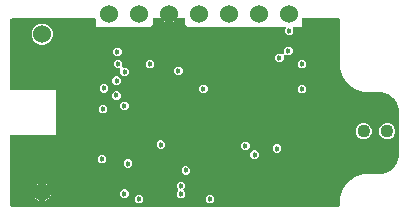
<source format=gbr>
G04 EAGLE Gerber RS-274X export*
G75*
%MOMM*%
%FSLAX34Y34*%
%LPD*%
%INCopper Layer 2*%
%IPPOS*%
%AMOC8*
5,1,8,0,0,1.08239X$1,22.5*%
G01*
%ADD10C,1.524000*%
%ADD11C,1.108000*%
%ADD12C,0.454000*%

G36*
X280003Y2541D02*
X280003Y2541D01*
X280005Y2541D01*
X280166Y2552D01*
X280474Y2592D01*
X280483Y2595D01*
X280492Y2595D01*
X280636Y2635D01*
X280781Y2673D01*
X280789Y2677D01*
X280798Y2680D01*
X280943Y2751D01*
X281476Y3059D01*
X281550Y3115D01*
X281629Y3163D01*
X281676Y3211D01*
X281729Y3252D01*
X281787Y3324D01*
X281851Y3390D01*
X281916Y3487D01*
X281927Y3501D01*
X281930Y3509D01*
X281941Y3524D01*
X282249Y4057D01*
X282252Y4066D01*
X282258Y4073D01*
X282314Y4212D01*
X282372Y4351D01*
X282373Y4360D01*
X282377Y4368D01*
X282408Y4526D01*
X282448Y4834D01*
X282448Y4837D01*
X282449Y4839D01*
X282459Y5000D01*
X282459Y11070D01*
X284666Y17861D01*
X288863Y23637D01*
X294639Y27834D01*
X301430Y30041D01*
X315000Y30041D01*
X315022Y30043D01*
X315100Y30045D01*
X317632Y30244D01*
X317700Y30258D01*
X317769Y30262D01*
X317925Y30302D01*
X322742Y31867D01*
X322850Y31918D01*
X322960Y31962D01*
X323011Y31994D01*
X323030Y32003D01*
X323046Y32016D01*
X323096Y32048D01*
X327194Y35025D01*
X327281Y35106D01*
X327372Y35182D01*
X327411Y35229D01*
X327426Y35243D01*
X327437Y35260D01*
X327475Y35306D01*
X330452Y39404D01*
X330509Y39508D01*
X330573Y39608D01*
X330596Y39665D01*
X330605Y39683D01*
X330611Y39702D01*
X330633Y39758D01*
X332198Y44575D01*
X332211Y44643D01*
X332233Y44708D01*
X332256Y44868D01*
X332455Y47400D01*
X332454Y47422D01*
X332459Y47500D01*
X332459Y82500D01*
X332457Y82522D01*
X332455Y82600D01*
X332256Y85132D01*
X332242Y85200D01*
X332238Y85269D01*
X332198Y85425D01*
X330633Y90242D01*
X330582Y90350D01*
X330538Y90460D01*
X330506Y90511D01*
X330497Y90530D01*
X330484Y90546D01*
X330452Y90596D01*
X327475Y94694D01*
X327454Y94716D01*
X327442Y94735D01*
X327394Y94781D01*
X327318Y94872D01*
X327271Y94911D01*
X327257Y94926D01*
X327240Y94937D01*
X327194Y94975D01*
X323096Y97952D01*
X322992Y98009D01*
X322892Y98073D01*
X322835Y98096D01*
X322817Y98105D01*
X322798Y98111D01*
X322742Y98133D01*
X317925Y99698D01*
X317857Y99711D01*
X317792Y99733D01*
X317632Y99756D01*
X315100Y99955D01*
X315078Y99954D01*
X315000Y99959D01*
X301430Y99959D01*
X294639Y102166D01*
X288863Y106363D01*
X284666Y112139D01*
X282459Y118930D01*
X282459Y160000D01*
X282459Y160003D01*
X282459Y160005D01*
X282448Y160166D01*
X282408Y160474D01*
X282405Y160483D01*
X282405Y160492D01*
X282365Y160636D01*
X282327Y160781D01*
X282323Y160789D01*
X282320Y160798D01*
X282249Y160943D01*
X281941Y161476D01*
X281885Y161549D01*
X281837Y161629D01*
X281789Y161676D01*
X281748Y161729D01*
X281676Y161787D01*
X281610Y161851D01*
X281512Y161916D01*
X281499Y161927D01*
X281491Y161930D01*
X281476Y161941D01*
X280943Y162249D01*
X280934Y162252D01*
X280927Y162258D01*
X280788Y162314D01*
X280650Y162372D01*
X280640Y162373D01*
X280632Y162377D01*
X280474Y162408D01*
X280166Y162448D01*
X280163Y162448D01*
X280161Y162449D01*
X280000Y162459D01*
X251000Y162459D01*
X250882Y162444D01*
X250763Y162437D01*
X250725Y162424D01*
X250684Y162419D01*
X250574Y162376D01*
X250461Y162339D01*
X250426Y162317D01*
X250389Y162302D01*
X250293Y162233D01*
X250192Y162169D01*
X250164Y162139D01*
X250131Y162116D01*
X250056Y162024D01*
X249974Y161937D01*
X249954Y161902D01*
X249929Y161871D01*
X249878Y161763D01*
X249820Y161659D01*
X249810Y161619D01*
X249793Y161583D01*
X249771Y161466D01*
X249741Y161351D01*
X249737Y161291D01*
X249733Y161271D01*
X249735Y161250D01*
X249731Y161190D01*
X249731Y156066D01*
X248934Y155269D01*
X243402Y155269D01*
X243265Y155252D01*
X243126Y155239D01*
X243107Y155232D01*
X243087Y155229D01*
X242958Y155178D01*
X242827Y155131D01*
X242810Y155120D01*
X242791Y155112D01*
X242679Y155031D01*
X242564Y154953D01*
X242550Y154937D01*
X242534Y154926D01*
X242445Y154818D01*
X242353Y154714D01*
X242344Y154696D01*
X242331Y154681D01*
X242272Y154555D01*
X242208Y154431D01*
X242204Y154411D01*
X242195Y154393D01*
X242169Y154257D01*
X242139Y154121D01*
X242139Y154100D01*
X242136Y154081D01*
X242144Y153942D01*
X242148Y153803D01*
X242154Y153783D01*
X242155Y153763D01*
X242198Y153631D01*
X242237Y153497D01*
X242247Y153480D01*
X242253Y153461D01*
X242328Y153343D01*
X242398Y153223D01*
X242417Y153202D01*
X242424Y153192D01*
X242438Y153178D01*
X242505Y153103D01*
X242741Y152867D01*
X242741Y149933D01*
X240667Y147859D01*
X237733Y147859D01*
X235659Y149933D01*
X235659Y152867D01*
X235895Y153103D01*
X235980Y153212D01*
X236069Y153319D01*
X236078Y153338D01*
X236090Y153354D01*
X236146Y153482D01*
X236205Y153607D01*
X236208Y153627D01*
X236216Y153646D01*
X236238Y153784D01*
X236264Y153920D01*
X236263Y153940D01*
X236266Y153960D01*
X236253Y154099D01*
X236245Y154237D01*
X236238Y154256D01*
X236236Y154276D01*
X236189Y154408D01*
X236147Y154539D01*
X236136Y154557D01*
X236129Y154576D01*
X236051Y154691D01*
X235976Y154808D01*
X235962Y154822D01*
X235950Y154839D01*
X235846Y154931D01*
X235745Y155026D01*
X235727Y155036D01*
X235712Y155049D01*
X235588Y155112D01*
X235466Y155180D01*
X235447Y155185D01*
X235429Y155194D01*
X235293Y155224D01*
X235158Y155259D01*
X235130Y155261D01*
X235118Y155264D01*
X235098Y155263D01*
X234998Y155269D01*
X153066Y155269D01*
X151269Y157066D01*
X151269Y161190D01*
X151254Y161308D01*
X151247Y161427D01*
X151234Y161465D01*
X151229Y161506D01*
X151186Y161616D01*
X151149Y161729D01*
X151127Y161764D01*
X151112Y161801D01*
X151043Y161897D01*
X150979Y161998D01*
X150949Y162026D01*
X150926Y162059D01*
X150834Y162135D01*
X150747Y162216D01*
X150712Y162236D01*
X150681Y162261D01*
X150573Y162312D01*
X150469Y162370D01*
X150429Y162380D01*
X150393Y162397D01*
X150276Y162419D01*
X150161Y162449D01*
X150101Y162453D01*
X150081Y162457D01*
X150060Y162455D01*
X150000Y162459D01*
X144711Y162459D01*
X144647Y162451D01*
X144583Y162453D01*
X144490Y162431D01*
X144396Y162419D01*
X144336Y162396D01*
X144273Y162381D01*
X144188Y162337D01*
X144100Y162302D01*
X144048Y162265D01*
X143991Y162235D01*
X143920Y162172D01*
X143843Y162116D01*
X143801Y162066D01*
X143754Y162023D01*
X143656Y161895D01*
X143219Y161242D01*
X142158Y160181D01*
X140910Y159347D01*
X139839Y158903D01*
X139839Y161190D01*
X139824Y161308D01*
X139817Y161427D01*
X139804Y161465D01*
X139799Y161506D01*
X139756Y161616D01*
X139719Y161729D01*
X139697Y161764D01*
X139682Y161801D01*
X139612Y161897D01*
X139549Y161998D01*
X139519Y162026D01*
X139495Y162059D01*
X139404Y162135D01*
X139317Y162216D01*
X139282Y162236D01*
X139251Y162261D01*
X139143Y162312D01*
X139039Y162370D01*
X138999Y162380D01*
X138963Y162397D01*
X138846Y162419D01*
X138731Y162449D01*
X138670Y162453D01*
X138650Y162457D01*
X138630Y162455D01*
X138570Y162459D01*
X136030Y162459D01*
X135912Y162444D01*
X135793Y162437D01*
X135755Y162424D01*
X135714Y162419D01*
X135604Y162376D01*
X135491Y162339D01*
X135456Y162317D01*
X135419Y162302D01*
X135323Y162233D01*
X135222Y162169D01*
X135194Y162139D01*
X135161Y162116D01*
X135086Y162024D01*
X135004Y161937D01*
X134984Y161902D01*
X134959Y161871D01*
X134908Y161763D01*
X134850Y161659D01*
X134840Y161619D01*
X134823Y161583D01*
X134801Y161466D01*
X134771Y161351D01*
X134767Y161291D01*
X134763Y161271D01*
X134765Y161250D01*
X134761Y161190D01*
X134761Y158903D01*
X133690Y159347D01*
X132442Y160181D01*
X131381Y161242D01*
X130944Y161895D01*
X130902Y161944D01*
X130868Y161998D01*
X130798Y162063D01*
X130736Y162135D01*
X130683Y162172D01*
X130636Y162216D01*
X130553Y162262D01*
X130474Y162316D01*
X130414Y162339D01*
X130357Y162370D01*
X130265Y162393D01*
X130176Y162426D01*
X130112Y162433D01*
X130050Y162449D01*
X129889Y162459D01*
X125000Y162459D01*
X124882Y162444D01*
X124763Y162437D01*
X124725Y162424D01*
X124684Y162419D01*
X124574Y162376D01*
X124461Y162339D01*
X124426Y162317D01*
X124389Y162302D01*
X124293Y162233D01*
X124192Y162169D01*
X124164Y162139D01*
X124131Y162116D01*
X124056Y162024D01*
X123974Y161937D01*
X123954Y161902D01*
X123929Y161871D01*
X123878Y161763D01*
X123820Y161659D01*
X123810Y161619D01*
X123793Y161583D01*
X123771Y161466D01*
X123741Y161351D01*
X123737Y161291D01*
X123733Y161271D01*
X123735Y161250D01*
X123731Y161190D01*
X123731Y157066D01*
X121934Y155269D01*
X76066Y155269D01*
X75269Y156066D01*
X75269Y161190D01*
X75254Y161308D01*
X75247Y161427D01*
X75234Y161465D01*
X75229Y161506D01*
X75186Y161616D01*
X75149Y161729D01*
X75127Y161764D01*
X75112Y161801D01*
X75043Y161897D01*
X74979Y161998D01*
X74949Y162026D01*
X74926Y162059D01*
X74834Y162135D01*
X74747Y162216D01*
X74712Y162236D01*
X74681Y162261D01*
X74573Y162312D01*
X74469Y162370D01*
X74429Y162380D01*
X74393Y162397D01*
X74276Y162419D01*
X74161Y162449D01*
X74101Y162453D01*
X74081Y162457D01*
X74060Y162455D01*
X74000Y162459D01*
X5000Y162459D01*
X4998Y162459D01*
X4995Y162459D01*
X4834Y162448D01*
X4526Y162408D01*
X4517Y162405D01*
X4508Y162405D01*
X4364Y162365D01*
X4219Y162327D01*
X4211Y162323D01*
X4202Y162320D01*
X4057Y162249D01*
X3524Y161941D01*
X3450Y161885D01*
X3371Y161837D01*
X3324Y161789D01*
X3271Y161748D01*
X3213Y161676D01*
X3149Y161610D01*
X3084Y161513D01*
X3073Y161499D01*
X3070Y161491D01*
X3059Y161476D01*
X2751Y160943D01*
X2748Y160934D01*
X2742Y160927D01*
X2686Y160788D01*
X2628Y160649D01*
X2627Y160640D01*
X2623Y160632D01*
X2592Y160474D01*
X2552Y160166D01*
X2552Y160163D01*
X2551Y160161D01*
X2541Y160000D01*
X2541Y103000D01*
X2556Y102882D01*
X2563Y102763D01*
X2576Y102725D01*
X2581Y102684D01*
X2624Y102574D01*
X2661Y102461D01*
X2683Y102426D01*
X2698Y102389D01*
X2767Y102293D01*
X2831Y102192D01*
X2861Y102164D01*
X2884Y102131D01*
X2976Y102056D01*
X3063Y101974D01*
X3098Y101954D01*
X3129Y101929D01*
X3237Y101878D01*
X3341Y101820D01*
X3381Y101810D01*
X3417Y101793D01*
X3534Y101771D01*
X3649Y101741D01*
X3709Y101737D01*
X3729Y101733D01*
X3750Y101735D01*
X3810Y101731D01*
X41731Y101731D01*
X41731Y63269D01*
X3810Y63269D01*
X3692Y63254D01*
X3573Y63247D01*
X3535Y63234D01*
X3494Y63229D01*
X3384Y63186D01*
X3271Y63149D01*
X3236Y63127D01*
X3199Y63112D01*
X3103Y63042D01*
X3002Y62979D01*
X2974Y62949D01*
X2941Y62926D01*
X2865Y62834D01*
X2784Y62747D01*
X2764Y62712D01*
X2739Y62681D01*
X2688Y62573D01*
X2630Y62469D01*
X2620Y62429D01*
X2603Y62393D01*
X2581Y62276D01*
X2551Y62161D01*
X2547Y62100D01*
X2543Y62080D01*
X2545Y62060D01*
X2541Y62000D01*
X2541Y5000D01*
X2541Y4997D01*
X2541Y4995D01*
X2552Y4834D01*
X2592Y4526D01*
X2595Y4517D01*
X2595Y4508D01*
X2635Y4364D01*
X2673Y4219D01*
X2677Y4211D01*
X2680Y4202D01*
X2751Y4057D01*
X3059Y3524D01*
X3115Y3450D01*
X3163Y3371D01*
X3211Y3324D01*
X3252Y3271D01*
X3324Y3213D01*
X3390Y3149D01*
X3487Y3084D01*
X3501Y3073D01*
X3509Y3070D01*
X3524Y3059D01*
X4057Y2751D01*
X4066Y2748D01*
X4073Y2742D01*
X4212Y2686D01*
X4351Y2628D01*
X4360Y2627D01*
X4368Y2623D01*
X4526Y2592D01*
X4834Y2552D01*
X4837Y2552D01*
X4839Y2551D01*
X5000Y2541D01*
X280000Y2541D01*
X280003Y2541D01*
G37*
%LPC*%
G36*
X28231Y140009D02*
X28231Y140009D01*
X24964Y141363D01*
X22463Y143864D01*
X21109Y147131D01*
X21109Y150669D01*
X22463Y153936D01*
X24964Y156437D01*
X28231Y157791D01*
X31769Y157791D01*
X35036Y156437D01*
X37537Y153936D01*
X38891Y150669D01*
X38891Y147131D01*
X37537Y143864D01*
X35036Y141363D01*
X31769Y140009D01*
X28231Y140009D01*
G37*
%LPD*%
%LPC*%
G36*
X300795Y59789D02*
X300795Y59789D01*
X298292Y60826D01*
X296376Y62742D01*
X295339Y65245D01*
X295339Y67955D01*
X296376Y70458D01*
X298292Y72374D01*
X300795Y73411D01*
X303505Y73411D01*
X306008Y72374D01*
X307924Y70458D01*
X308961Y67955D01*
X308961Y65245D01*
X307924Y62742D01*
X306008Y60826D01*
X303505Y59789D01*
X300795Y59789D01*
G37*
%LPD*%
%LPC*%
G36*
X320795Y59789D02*
X320795Y59789D01*
X318292Y60826D01*
X316376Y62742D01*
X315339Y65245D01*
X315339Y67955D01*
X316376Y70458D01*
X318292Y72374D01*
X320795Y73411D01*
X323505Y73411D01*
X326008Y72374D01*
X327924Y70458D01*
X328961Y67955D01*
X328961Y65245D01*
X327924Y62742D01*
X326008Y60826D01*
X323505Y59789D01*
X320795Y59789D01*
G37*
%LPD*%
%LPC*%
G36*
X98233Y113459D02*
X98233Y113459D01*
X96159Y115533D01*
X96159Y118990D01*
X96144Y119108D01*
X96137Y119227D01*
X96124Y119265D01*
X96119Y119306D01*
X96076Y119416D01*
X96039Y119529D01*
X96017Y119564D01*
X96002Y119601D01*
X95933Y119697D01*
X95869Y119798D01*
X95839Y119826D01*
X95816Y119859D01*
X95724Y119935D01*
X95637Y120016D01*
X95602Y120036D01*
X95571Y120061D01*
X95463Y120112D01*
X95359Y120170D01*
X95319Y120180D01*
X95283Y120197D01*
X95166Y120219D01*
X95051Y120249D01*
X94991Y120253D01*
X94971Y120257D01*
X94950Y120255D01*
X94890Y120259D01*
X92533Y120259D01*
X90459Y122333D01*
X90459Y125267D01*
X92533Y127341D01*
X95467Y127341D01*
X97541Y125267D01*
X97541Y121810D01*
X97556Y121692D01*
X97563Y121573D01*
X97576Y121535D01*
X97581Y121494D01*
X97624Y121384D01*
X97661Y121271D01*
X97683Y121236D01*
X97698Y121199D01*
X97767Y121103D01*
X97831Y121002D01*
X97861Y120974D01*
X97884Y120941D01*
X97976Y120865D01*
X98063Y120784D01*
X98098Y120764D01*
X98129Y120739D01*
X98237Y120688D01*
X98341Y120630D01*
X98381Y120620D01*
X98417Y120603D01*
X98534Y120581D01*
X98649Y120551D01*
X98709Y120547D01*
X98729Y120543D01*
X98750Y120545D01*
X98810Y120541D01*
X101167Y120541D01*
X103241Y118467D01*
X103241Y115533D01*
X101167Y113459D01*
X98233Y113459D01*
G37*
%LPD*%
%LPC*%
G36*
X229433Y125359D02*
X229433Y125359D01*
X227359Y127433D01*
X227359Y130367D01*
X229433Y132441D01*
X232367Y132441D01*
X232693Y132115D01*
X232802Y132030D01*
X232909Y131941D01*
X232928Y131932D01*
X232944Y131920D01*
X233072Y131864D01*
X233197Y131805D01*
X233217Y131802D01*
X233236Y131794D01*
X233374Y131772D01*
X233510Y131746D01*
X233530Y131747D01*
X233550Y131744D01*
X233689Y131757D01*
X233827Y131765D01*
X233846Y131772D01*
X233866Y131773D01*
X233997Y131821D01*
X234129Y131863D01*
X234147Y131874D01*
X234166Y131881D01*
X234280Y131959D01*
X234398Y132034D01*
X234412Y132048D01*
X234429Y132060D01*
X234521Y132164D01*
X234616Y132265D01*
X234626Y132283D01*
X234639Y132298D01*
X234702Y132422D01*
X234770Y132544D01*
X234775Y132563D01*
X234784Y132581D01*
X234814Y132717D01*
X234849Y132852D01*
X234851Y132880D01*
X234854Y132892D01*
X234853Y132912D01*
X234859Y133012D01*
X234859Y135967D01*
X236933Y138041D01*
X239867Y138041D01*
X241941Y135967D01*
X241941Y133033D01*
X239867Y130959D01*
X236933Y130959D01*
X236607Y131285D01*
X236498Y131370D01*
X236391Y131459D01*
X236372Y131468D01*
X236356Y131480D01*
X236228Y131536D01*
X236103Y131595D01*
X236083Y131598D01*
X236064Y131606D01*
X235926Y131628D01*
X235790Y131654D01*
X235770Y131653D01*
X235750Y131656D01*
X235611Y131643D01*
X235473Y131635D01*
X235454Y131628D01*
X235434Y131627D01*
X235303Y131579D01*
X235171Y131537D01*
X235153Y131526D01*
X235134Y131519D01*
X235020Y131441D01*
X234902Y131366D01*
X234888Y131352D01*
X234871Y131340D01*
X234779Y131236D01*
X234684Y131135D01*
X234674Y131117D01*
X234661Y131102D01*
X234598Y130978D01*
X234530Y130856D01*
X234525Y130837D01*
X234516Y130819D01*
X234486Y130683D01*
X234451Y130548D01*
X234449Y130520D01*
X234446Y130508D01*
X234447Y130488D01*
X234441Y130388D01*
X234441Y127433D01*
X232367Y125359D01*
X229433Y125359D01*
G37*
%LPD*%
%LPC*%
G36*
X146033Y9959D02*
X146033Y9959D01*
X143959Y12033D01*
X143959Y14967D01*
X145095Y16102D01*
X145168Y16197D01*
X145247Y16286D01*
X145265Y16322D01*
X145290Y16354D01*
X145337Y16463D01*
X145392Y16569D01*
X145400Y16608D01*
X145416Y16646D01*
X145435Y16763D01*
X145461Y16879D01*
X145460Y16920D01*
X145466Y16960D01*
X145455Y17078D01*
X145452Y17197D01*
X145440Y17236D01*
X145436Y17276D01*
X145396Y17389D01*
X145363Y17503D01*
X145343Y17537D01*
X145329Y17576D01*
X145262Y17674D01*
X145202Y17777D01*
X145162Y17822D01*
X145150Y17839D01*
X145135Y17852D01*
X145095Y17897D01*
X143959Y19033D01*
X143959Y21967D01*
X146033Y24041D01*
X148967Y24041D01*
X151041Y21967D01*
X151041Y19033D01*
X149905Y17897D01*
X149832Y17803D01*
X149753Y17714D01*
X149735Y17678D01*
X149710Y17646D01*
X149662Y17537D01*
X149608Y17431D01*
X149600Y17392D01*
X149584Y17354D01*
X149565Y17237D01*
X149539Y17121D01*
X149540Y17080D01*
X149534Y17040D01*
X149545Y16922D01*
X149548Y16803D01*
X149560Y16764D01*
X149564Y16724D01*
X149604Y16612D01*
X149637Y16497D01*
X149657Y16462D01*
X149671Y16424D01*
X149738Y16326D01*
X149798Y16223D01*
X149838Y16178D01*
X149850Y16161D01*
X149865Y16148D01*
X149905Y16102D01*
X151041Y14967D01*
X151041Y12033D01*
X148967Y9959D01*
X146033Y9959D01*
G37*
%LPD*%
%LPC*%
G36*
X143833Y114159D02*
X143833Y114159D01*
X141759Y116233D01*
X141759Y119167D01*
X143833Y121241D01*
X146767Y121241D01*
X148841Y119167D01*
X148841Y116233D01*
X146767Y114159D01*
X143833Y114159D01*
G37*
%LPD*%
%LPC*%
G36*
X91533Y105959D02*
X91533Y105959D01*
X89459Y108033D01*
X89459Y110967D01*
X91533Y113041D01*
X94467Y113041D01*
X96541Y110967D01*
X96541Y108033D01*
X94467Y105959D01*
X91533Y105959D01*
G37*
%LPD*%
%LPC*%
G36*
X80733Y99359D02*
X80733Y99359D01*
X78659Y101433D01*
X78659Y104367D01*
X80733Y106441D01*
X83667Y106441D01*
X85741Y104367D01*
X85741Y101433D01*
X83667Y99359D01*
X80733Y99359D01*
G37*
%LPD*%
%LPC*%
G36*
X248333Y98859D02*
X248333Y98859D01*
X246259Y100933D01*
X246259Y103867D01*
X248333Y105941D01*
X251267Y105941D01*
X253341Y103867D01*
X253341Y100933D01*
X251267Y98859D01*
X248333Y98859D01*
G37*
%LPD*%
%LPC*%
G36*
X165033Y98759D02*
X165033Y98759D01*
X162959Y100833D01*
X162959Y103767D01*
X165033Y105841D01*
X167967Y105841D01*
X170041Y103767D01*
X170041Y100833D01*
X167967Y98759D01*
X165033Y98759D01*
G37*
%LPD*%
%LPC*%
G36*
X91333Y93359D02*
X91333Y93359D01*
X89259Y95433D01*
X89259Y98367D01*
X91333Y100441D01*
X94267Y100441D01*
X96341Y98367D01*
X96341Y95433D01*
X94267Y93359D01*
X91333Y93359D01*
G37*
%LPD*%
%LPC*%
G36*
X98133Y84459D02*
X98133Y84459D01*
X96059Y86533D01*
X96059Y89467D01*
X98133Y91541D01*
X101067Y91541D01*
X103141Y89467D01*
X103141Y86533D01*
X101067Y84459D01*
X98133Y84459D01*
G37*
%LPD*%
%LPC*%
G36*
X80033Y81659D02*
X80033Y81659D01*
X77959Y83733D01*
X77959Y86667D01*
X80033Y88741D01*
X82967Y88741D01*
X85041Y86667D01*
X85041Y83733D01*
X82967Y81659D01*
X80033Y81659D01*
G37*
%LPD*%
%LPC*%
G36*
X119833Y120159D02*
X119833Y120159D01*
X117759Y122233D01*
X117759Y125167D01*
X119833Y127241D01*
X122767Y127241D01*
X124841Y125167D01*
X124841Y122233D01*
X122767Y120159D01*
X119833Y120159D01*
G37*
%LPD*%
%LPC*%
G36*
X248533Y120184D02*
X248533Y120184D01*
X246459Y122258D01*
X246459Y125192D01*
X248533Y127266D01*
X251467Y127266D01*
X253541Y125192D01*
X253541Y122258D01*
X251467Y120184D01*
X248533Y120184D01*
G37*
%LPD*%
%LPC*%
G36*
X128933Y51859D02*
X128933Y51859D01*
X126859Y53933D01*
X126859Y56867D01*
X128933Y58941D01*
X131867Y58941D01*
X133941Y56867D01*
X133941Y53933D01*
X131867Y51859D01*
X128933Y51859D01*
G37*
%LPD*%
%LPC*%
G36*
X200633Y50834D02*
X200633Y50834D01*
X198559Y52908D01*
X198559Y55842D01*
X200633Y57916D01*
X203567Y57916D01*
X205641Y55842D01*
X205641Y52908D01*
X203567Y50834D01*
X200633Y50834D01*
G37*
%LPD*%
%LPC*%
G36*
X227233Y48459D02*
X227233Y48459D01*
X225159Y50533D01*
X225159Y53467D01*
X227233Y55541D01*
X230167Y55541D01*
X232241Y53467D01*
X232241Y50533D01*
X230167Y48459D01*
X227233Y48459D01*
G37*
%LPD*%
%LPC*%
G36*
X208333Y43284D02*
X208333Y43284D01*
X206259Y45358D01*
X206259Y48292D01*
X208333Y50366D01*
X211267Y50366D01*
X213341Y48292D01*
X213341Y45358D01*
X211267Y43284D01*
X208333Y43284D01*
G37*
%LPD*%
%LPC*%
G36*
X79333Y39459D02*
X79333Y39459D01*
X77259Y41533D01*
X77259Y44467D01*
X79333Y46541D01*
X82267Y46541D01*
X84341Y44467D01*
X84341Y41533D01*
X82267Y39459D01*
X79333Y39459D01*
G37*
%LPD*%
%LPC*%
G36*
X101333Y35759D02*
X101333Y35759D01*
X99259Y37833D01*
X99259Y40767D01*
X101333Y42841D01*
X104267Y42841D01*
X106341Y40767D01*
X106341Y37833D01*
X104267Y35759D01*
X101333Y35759D01*
G37*
%LPD*%
%LPC*%
G36*
X150033Y29959D02*
X150033Y29959D01*
X147959Y32033D01*
X147959Y34967D01*
X150033Y37041D01*
X152967Y37041D01*
X155041Y34967D01*
X155041Y32033D01*
X152967Y29959D01*
X150033Y29959D01*
G37*
%LPD*%
%LPC*%
G36*
X92233Y130359D02*
X92233Y130359D01*
X90159Y132433D01*
X90159Y135367D01*
X92233Y137441D01*
X95167Y137441D01*
X97241Y135367D01*
X97241Y132433D01*
X95167Y130359D01*
X92233Y130359D01*
G37*
%LPD*%
%LPC*%
G36*
X170533Y5459D02*
X170533Y5459D01*
X168459Y7533D01*
X168459Y10467D01*
X170533Y12541D01*
X173467Y12541D01*
X175541Y10467D01*
X175541Y7533D01*
X173467Y5459D01*
X170533Y5459D01*
G37*
%LPD*%
%LPC*%
G36*
X110433Y5659D02*
X110433Y5659D01*
X108359Y7733D01*
X108359Y10667D01*
X110433Y12741D01*
X113367Y12741D01*
X115441Y10667D01*
X115441Y7733D01*
X113367Y5659D01*
X110433Y5659D01*
G37*
%LPD*%
%LPC*%
G36*
X98133Y10259D02*
X98133Y10259D01*
X96059Y12333D01*
X96059Y15267D01*
X98133Y17341D01*
X101067Y17341D01*
X103141Y15267D01*
X103141Y12333D01*
X101067Y10259D01*
X98133Y10259D01*
G37*
%LPD*%
%LPC*%
G36*
X32539Y17539D02*
X32539Y17539D01*
X32539Y22197D01*
X33610Y21753D01*
X34858Y20919D01*
X35919Y19858D01*
X36753Y18610D01*
X37197Y17539D01*
X32539Y17539D01*
G37*
%LPD*%
%LPC*%
G36*
X22803Y17539D02*
X22803Y17539D01*
X23247Y18610D01*
X24081Y19858D01*
X25142Y20919D01*
X26390Y21753D01*
X27461Y22197D01*
X27461Y17539D01*
X22803Y17539D01*
G37*
%LPD*%
%LPC*%
G36*
X32539Y12461D02*
X32539Y12461D01*
X37197Y12461D01*
X36753Y11390D01*
X35919Y10142D01*
X34858Y9081D01*
X33610Y8247D01*
X32539Y7803D01*
X32539Y12461D01*
G37*
%LPD*%
%LPC*%
G36*
X26390Y8247D02*
X26390Y8247D01*
X25142Y9081D01*
X24081Y10142D01*
X23247Y11390D01*
X22803Y12461D01*
X27461Y12461D01*
X27461Y7803D01*
X26390Y8247D01*
G37*
%LPD*%
%LPC*%
G36*
X29999Y14999D02*
X29999Y14999D01*
X29999Y15001D01*
X30001Y15001D01*
X30001Y14999D01*
X29999Y14999D01*
G37*
%LPD*%
D10*
X30000Y148900D03*
X30000Y15000D03*
D11*
X302150Y66600D03*
X322150Y66600D03*
D10*
X238900Y166100D03*
X213500Y166100D03*
X188100Y166100D03*
X162700Y166100D03*
X137300Y166100D03*
X111900Y166100D03*
X86500Y166100D03*
D12*
X11500Y114600D03*
X136900Y118300D03*
X173200Y61200D03*
X81700Y91600D03*
X82000Y113400D03*
X11500Y154600D03*
X11500Y134600D03*
X31500Y134600D03*
X31500Y114600D03*
X32500Y59400D03*
X29500Y30600D03*
X11500Y34600D03*
X11500Y14600D03*
X183500Y12600D03*
X249500Y12600D03*
X141500Y134600D03*
X123500Y151600D03*
X15100Y54000D03*
X38500Y59400D03*
X32700Y48000D03*
X26500Y48000D03*
X20100Y50000D03*
X26500Y59400D03*
X80500Y143600D03*
X189900Y126400D03*
X213900Y126400D03*
X249900Y70400D03*
X188500Y27600D03*
X45900Y87600D03*
X38500Y48000D03*
X11500Y58600D03*
X231700Y151800D03*
X279500Y78600D03*
X294500Y78600D03*
X309500Y78600D03*
X324500Y78600D03*
X324500Y53600D03*
X309500Y53600D03*
X294500Y53600D03*
X279500Y43600D03*
X294500Y93600D03*
X309500Y93600D03*
X322500Y91600D03*
X322500Y40600D03*
X309500Y38600D03*
X294500Y38600D03*
X279500Y93600D03*
X279500Y108600D03*
X279500Y28600D03*
X279500Y123600D03*
X279500Y138600D03*
X279500Y153600D03*
X279500Y13600D03*
X238400Y134500D03*
X147500Y13500D03*
X111900Y9200D03*
X230900Y128900D03*
X147500Y20500D03*
X99600Y13800D03*
X209800Y46825D03*
X92800Y96900D03*
X121300Y123700D03*
X93700Y133900D03*
X81500Y85200D03*
X93000Y109500D03*
X145300Y117700D03*
X166500Y102300D03*
X249800Y102400D03*
X151500Y33500D03*
X250000Y123725D03*
X239200Y151400D03*
X202100Y54375D03*
X94000Y123800D03*
X99600Y88000D03*
X99700Y117000D03*
X130400Y55400D03*
X82200Y102900D03*
X102800Y39300D03*
X172000Y9000D03*
X228700Y52000D03*
X80800Y43000D03*
M02*

</source>
